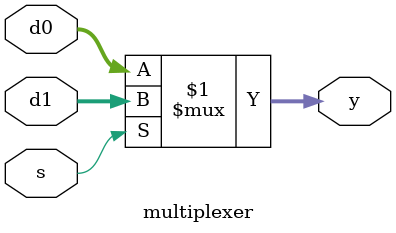
<source format=sv>
module multiplexer 
	#(parameter n=8) 
	(input logic [n-1:0] d0, d1,
	input logic s, 
	output logic [n-1:0] y);
	
	assign y = s ? d1:d0;
	

endmodule

</source>
